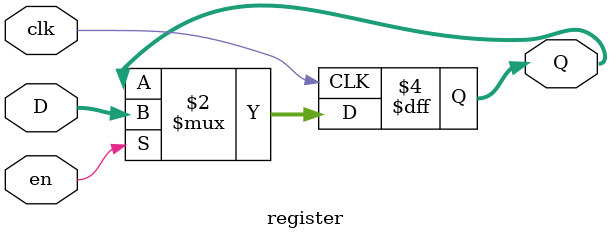
<source format=sv>
module register(input logic clk, en, 
		input logic [3:0] D,
		output logic [3:0] Q);

always_ff @ (posedge clk) begin
	if (en)
		Q <= D;
end

endmodule

</source>
